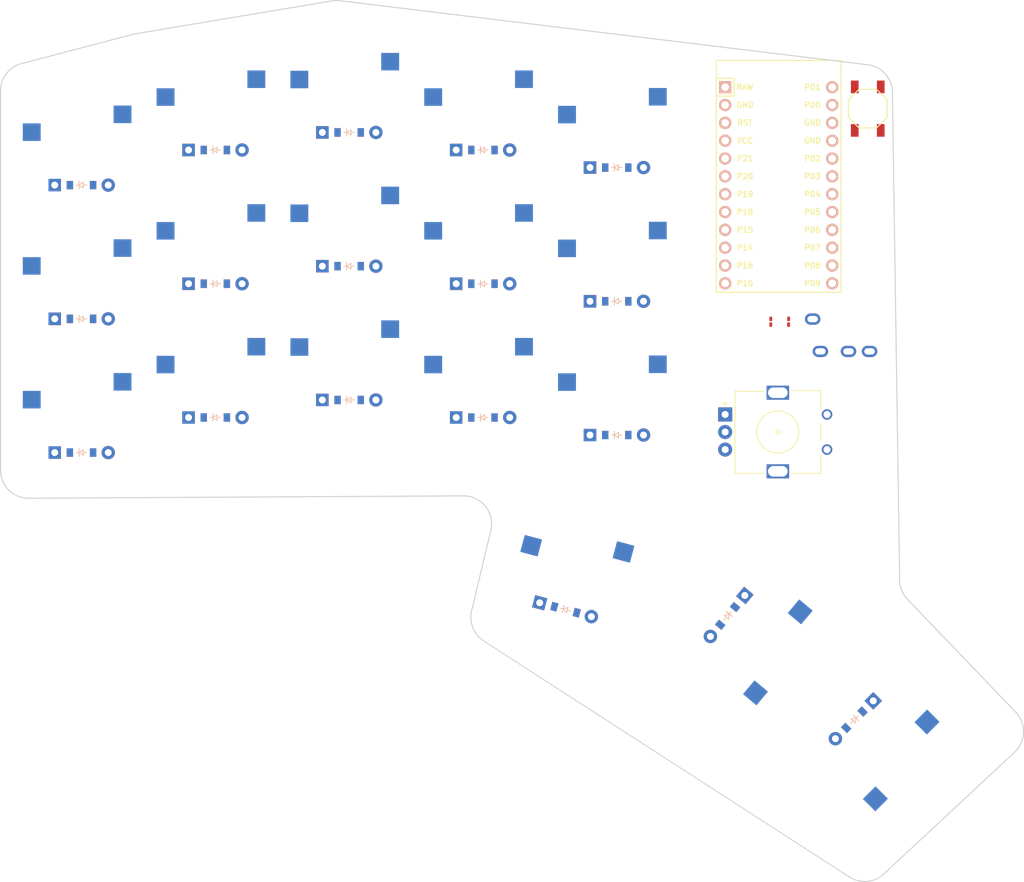
<source format=kicad_pcb>
(kicad_pcb (version 20221018) (generator pcbnew)
  (title_block (title "juubo_left_no_res") (rev "v1.0.0") (company "Unknown"))
  (layers (0 "F.Cu" signal) (31 "B.Cu" signal) (34 "B.Paste" user) (35 "F.Paste" user) (36 "B.SilkS" user "B.Silkscreen") (37 "F.SilkS" user "F.Silkscreen") (38 "B.Mask" user) (39 "F.Mask" user) (44 "Edge.Cuts" user))
  (net 0 "")
  (net 1 "P9")
  (net 2 "GND")
  (net 3 "P7")
  (net 4 "P8")
  (net 5 "P18")
  (net 6 "pinky_bottom")
  (net 7 "pinky_home")
  (net 8 "pinky_top")
  (net 9 "P19")
  (net 10 "ring_bottom")
  (net 11 "ring_home")
  (net 12 "ring_top")
  (net 13 "P20")
  (net 14 "middle_bottom")
  (net 15 "middle_home")
  (net 16 "middle_top")
  (net 17 "P21")
  (net 18 "index_bottom")
  (net 19 "index_home")
  (net 20 "index_top")
  (net 21 "P1")
  (net 22 "inner_bottom")
  (net 23 "inner_home")
  (net 24 "inner_top")
  (net 25 "layer_cluster")
  (net 26 "space_cluster")
  (net 27 "extra_cluster")
  (net 28 "P16")
  (net 29 "P14")
  (net 30 "P15")
  (net 31 "P10")
  (net 32 "RAW")
  (net 33 "RST")
  (net 34 "VCC")
  (net 35 "P0")
  (net 36 "P2")
  (net 37 "P3")
  (net 38 "P4")
  (net 39 "P5")
  (net 40 "P6")
  (footprint "E73:SW_TACT_ALPS_SKQGABE010" (layer "F.Cu") (at 211.9275 56.01 90)
    (fp_text reference "B1" hide)
    (fp_text value "" hide)
    (pad "1" smd rect (at -3.1 -1.85 90) (size 1.8 1.1) (layers "F.Cu" "F.Paste" "F.Mask") (net 2 "GND"))
    (pad "1" smd rect (at 3.1 -1.85 90) (size 1.8 1.1) (layers "F.Cu" "F.Paste" "F.Mask") (net 2 "GND"))
    (pad "2" smd rect (at -3.1 1.85 90) (size 1.8 1.1) (layers "F.Cu" "F.Paste" "F.Mask") (net 33 "RST"))
    (pad "2" smd rect (at 3.1 1.85 90) (size 1.8 1.1) (layers "F.Cu" "F.Paste" "F.Mask") (net 33 "RST"))
  )
  (footprint "Resistor_SMD:R_0201_0603Metric_Pad0.64x0.40mm_HandSolder" (layer "F.Cu") (at 198.12 86.36 90)
    (fp_text reference "REF**" hide)
    (fp_text value "R_0201_0603" hide)
    (pad "1" smd roundrect (at -0.4075 0 90) (size 0.635 0.4) (layers "F.Cu" "F.Mask") (net 36 "P2"))
    (pad "2" smd roundrect (at 0.4075 0 90) (size 0.635 0.4) (layers "F.Cu" "F.Mask") (net 34 "VCC"))
  )
  (footprint "MX" (layer "F.Cu") (at 119.05 95)
    (fp_text reference "S4" hide)
    (fp_text value "" hide)
    (pad "" np_thru_hole circle (at -5.08 0) (size 1.7018 1.7018) (drill 1.7018) (layers "*.Cu" "*.Mask"))
    (pad "" np_thru_hole circle (at -3.81 -2.54) (size 3 3) (drill 3) (layers "*.Cu" "*.Mask"))
    (pad "" np_thru_hole circle (at 0 0) (size 3.9878 3.9878) (drill 3.9878) (layers "*.Cu" "*.Mask"))
    (pad "" np_thru_hole circle (at 2.54 -5.08) (size 3 3) (drill 3) (layers "*.Cu" "*.Mask"))
    (pad "" np_thru_hole circle (at 5.08 0) (size 1.7018 1.7018) (drill 1.7018) (layers "*.Cu" "*.Mask"))
    (pad "1" smd rect (at -7.085 -2.54) (size 2.55 2.5) (layers "B.Cu" "B.Paste" "B.Mask") (net 9 "P19"))
    (pad "2" smd rect (at 5.842 -5.08) (size 2.55 2.5) (layers "B.Cu" "B.Paste" "B.Mask") (net 10 "ring_bottom"))
  )
  (footprint "ComboDiode" (layer "F.Cu") (at 138.1 97.5)
    (fp_text reference "D7" hide)
    (fp_text value "" hide)
    (pad "1" thru_hole rect (at -3.81 0) (size 1.778 1.778) (drill 0.9906) (layers "*.Cu" "*.Mask") (net 28 "P16"))
    (pad "1" smd rect (at -1.65 0) (size 0.9 1.2) (layers "F.Cu" "F.Paste" "F.Mask") (net 28 "P16"))
    (pad "1" smd rect (at -1.65 0) (size 0.9 1.2) (layers "B.Cu" "B.Paste" "B.Mask") (net 28 "P16"))
    (pad "2" smd rect (at 1.65 0) (size 0.9 1.2) (layers "F.Cu" "F.Paste" "F.Mask") (net 14 "middle_bottom"))
    (pad "2" smd rect (at 1.65 0) (size 0.9 1.2) (layers "B.Cu" "B.Paste" "B.Mask") (net 14 "middle_bottom"))
    (pad "2" thru_hole circle (at 3.81 0) (size 1.905 1.905) (drill 0.9906) (layers "*.Cu" "*.Mask") (net 14 "middle_bottom"))
  )
  (footprint "MX" (layer "F.Cu") (at 195.810656 131.482907 -130)
    (fp_text reference "S17" hide)
    (fp_text value "" hide)
    (pad "" np_thru_hole circle (at -5.08 0) (size 1.7018 1.7018) (drill 1.7018) (layers "*.Cu" "*.Mask"))
    (pad "" np_thru_hole circle (at -3.81 -2.54) (size 3 3) (drill 3) (layers "*.Cu" "*.Mask"))
    (pad "" np_thru_hole circle (at 0 0) (size 3.9878 3.9878) (drill 3.9878) (layers "*.Cu" "*.Mask"))
    (pad "" np_thru_hole circle (at 2.54 -5.08) (size 3 3) (drill 3) (layers "*.Cu" "*.Mask"))
    (pad "" np_thru_hole circle (at 5.08 0) (size 1.7018 1.7018) (drill 1.7018) (layers "*.Cu" "*.Mask"))
    (pad "1" smd rect (at -7.085 -2.54 230) (size 2.55 2.5) (layers "B.Cu" "B.Paste" "B.Mask") (net 17 "P21"))
    (pad "2" smd rect (at 5.842 -5.08 230) (size 2.55 2.5) (layers "B.Cu" "B.Paste" "B.Mask") (net 26 "space_cluster"))
  )
  (footprint "ComboDiode" (layer "F.Cu") (at 176.2 102.5)
    (fp_text reference "D13" hide)
    (fp_text value "" hide)
    (pad "1" thru_hole rect (at -3.81 0) (size 1.778 1.778) (drill 0.9906) (layers "*.Cu" "*.Mask") (net 28 "P16"))
    (pad "1" smd rect (at -1.65 0) (size 0.9 1.2) (layers "F.Cu" "F.Paste" "F.Mask") (net 28 "P16"))
    (pad "1" smd rect (at -1.65 0) (size 0.9 1.2) (layers "B.Cu" "B.Paste" "B.Mask") (net 28 "P16"))
    (pad "2" smd rect (at 1.65 0) (size 0.9 1.2) (layers "F.Cu" "F.Paste" "F.Mask") (net 22 "inner_bottom"))
    (pad "2" smd rect (at 1.65 0) (size 0.9 1.2) (layers "B.Cu" "B.Paste" "B.Mask") (net 22 "inner_bottom"))
    (pad "2" thru_hole circle (at 3.81 0) (size 1.905 1.905) (drill 0.9906) (layers "*.Cu" "*.Mask") (net 22 "inner_bottom"))
  )
  (footprint "ComboDiode" (layer "F.Cu") (at 168.905905 127.379629 -15)
    (fp_text reference "D16" hide)
    (fp_text value "" hide)
    (pad "1" thru_hole rect (at -3.81 0 345) (size 1.778 1.778) (drill 0.9906) (layers "*.Cu" "*.Mask") (net 31 "P10"))
    (pad "1" smd rect (at -1.65 0 345) (size 0.9 1.2) (layers "F.Cu" "F.Paste" "F.Mask") (net 31 "P10"))
    (pad "1" smd rect (at -1.65 0 345) (size 0.9 1.2) (layers "B.Cu" "B.Paste" "B.Mask") (net 31 "P10"))
    (pad "2" smd rect (at 1.65 0 345) (size 0.9 1.2) (layers "F.Cu" "F.Paste" "F.Mask") (net 25 "layer_cluster"))
    (pad "2" smd rect (at 1.65 0 345) (size 0.9 1.2) (layers "B.Cu" "B.Paste" "B.Mask") (net 25 "layer_cluster"))
    (pad "2" thru_hole circle (at 3.81 0 345) (size 1.905 1.905) (drill 0.9906) (layers "*.Cu" "*.Mask") (net 25 "layer_cluster"))
  )
  (footprint "ComboDiode" (layer "F.Cu") (at 176.2 83.45)
    (fp_text reference "D14" hide)
    (fp_text value "" hide)
    (pad "1" thru_hole rect (at -3.81 0) (size 1.778 1.778) (drill 0.9906) (layers "*.Cu" "*.Mask") (net 29 "P14"))
    (pad "1" smd rect (at -1.65 0) (size 0.9 1.2) (layers "F.Cu" "F.Paste" "F.Mask") (net 29 "P14"))
    (pad "1" smd rect (at -1.65 0) (size 0.9 1.2) (layers "B.Cu" "B.Paste" "B.Mask") (net 29 "P14"))
    (pad "2" smd rect (at 1.65 0) (size 0.9 1.2) (layers "F.Cu" "F.Paste" "F.Mask") (net 23 "inner_home"))
    (pad "2" smd rect (at 1.65 0) (size 0.9 1.2) (layers "B.Cu" "B.Paste" "B.Mask") (net 23 "inner_home"))
    (pad "2" thru_hole circle (at 3.81 0) (size 1.905 1.905) (drill 0.9906) (layers "*.Cu" "*.Mask") (net 23 "inner_home"))
  )
  (footprint "ComboDiode" (layer "F.Cu") (at 157.15 61.9)
    (fp_text reference "D12" hide)
    (fp_text value "" hide)
    (pad "1" thru_hole rect (at -3.81 0) (size 1.778 1.778) (drill 0.9906) (layers "*.Cu" "*.Mask") (net 30 "P15"))
    (pad "1" smd rect (at -1.65 0) (size 0.9 1.2) (layers "F.Cu" "F.Paste" "F.Mask") (net 30 "P15"))
    (pad "1" smd rect (at -1.65 0) (size 0.9 1.2) (layers "B.Cu" "B.Paste" "B.Mask") (net 30 "P15"))
    (pad "2" smd rect (at 1.65 0) (size 0.9 1.2) (layers "F.Cu" "F.Paste" "F.Mask") (net 20 "index_top"))
    (pad "2" smd rect (at 1.65 0) (size 0.9 1.2) (layers "B.Cu" "B.Paste" "B.Mask") (net 20 "index_top"))
    (pad "2" thru_hole circle (at 3.81 0) (size 1.905 1.905) (drill 0.9906) (layers "*.Cu" "*.Mask") (net 20 "index_top"))
  )
  (footprint "MX" (layer "F.Cu") (at 157.15 75.95)
    (fp_text reference "S11" hide)
    (fp_text value "" hide)
    (pad "" np_thru_hole circle (at -5.08 0) (size 1.7018 1.7018) (drill 1.7018) (layers "*.Cu" "*.Mask"))
    (pad "" np_thru_hole circle (at -3.81 -2.54) (size 3 3) (drill 3) (layers "*.Cu" "*.Mask"))
    (pad "" np_thru_hole circle (at 0 0) (size 3.9878 3.9878) (drill 3.9878) (layers "*.Cu" "*.Mask"))
    (pad "" np_thru_hole circle (at 2.54 -5.08) (size 3 3) (drill 3) (layers "*.Cu" "*.Mask"))
    (pad "" np_thru_hole circle (at 5.08 0) (size 1.7018 1.7018) (drill 1.7018) (layers "*.Cu" "*.Mask"))
    (pad "1" smd rect (at -7.085 -2.54) (size 2.55 2.5) (layers "B.Cu" "B.Paste" "B.Mask") (net 17 "P21"))
    (pad "2" smd rect (at 5.842 -5.08) (size 2.55 2.5) (layers "B.Cu" "B.Paste" "B.Mask") (net 19 "index_home"))
  )
  (footprint "MX" (layer "F.Cu") (at 100 100)
    (fp_text reference "S1" hide)
    (fp_text value "" hide)
    (pad "" np_thru_hole circle (at -5.08 0) (size 1.7018 1.7018) (drill 1.7018) (layers "*.Cu" "*.Mask"))
    (pad "" np_thru_hole circle (at -3.81 -2.54) (size 3 3) (drill 3) (layers "*.Cu" "*.Mask"))
    (pad "" np_thru_hole circle (at 0 0) (size 3.9878 3.9878) (drill 3.9878) (layers "*.Cu" "*.Mask"))
    (pad "" np_thru_hole circle (at 2.54 -5.08) (size 3 3) (drill 3) (layers "*.Cu" "*.Mask"))
    (pad "" np_thru_hole circle (at 5.08 0) (size 1.7018 1.7018) (drill 1.7018) (layers "*.Cu" "*.Mask"))
    (pad "1" smd rect (at -7.085 -2.54) (size 2.55 2.5) (layers "B.Cu" "B.Paste" "B.Mask") (net 5 "P18"))
    (pad "2" smd rect (at 5.842 -5.08) (size 2.55 2.5) (layers "B.Cu" "B.Paste" "B.Mask") (net 6 "pinky_bottom"))
  )
  (footprint "MX" (layer "F.Cu") (at 157.15 95)
    (fp_text reference "S10" hide)
    (fp_text value "" hide)
    (pad "" np_thru_hole circle (at -5.08 0) (size 1.7018 1.7018) (drill 1.7018) (layers "*.Cu" "*.Mask"))
    (pad "" np_thru_hole circle (at -3.81 -2.54) (size 3 3) (drill 3) (layers "*.Cu" "*.Mask"))
    (pad "" np_thru_hole circle (at 0 0) (size 3.9878 3.9878) (drill 3.9878) (layers "*.Cu" "*.Mask"))
    (pad "" np_thru_hole circle (at 2.54 -5.08) (size 3 3) (drill 3) (layers "*.Cu" "*.Mask"))
    (pad "" np_thru_hole circle (at 5.08 0) (size 1.7018 1.7018) (drill 1.7018) (layers "*.Cu" "*.Mask"))
    (pad "1" smd rect (at -7.085 -2.54) (size 2.55 2.5) (layers "B.Cu" "B.Paste" "B.Mask") (net 17 "P21"))
    (pad "2" smd rect (at 5.842 -5.08) (size 2.55 2.5) (layers "B.Cu" "B.Paste" "B.Mask") (net 18 "index_bottom"))
  )
  (footprint "ComboDiode" (layer "F.Cu") (at 157.15 100)
    (fp_text reference "D10" hide)
    (fp_text value "" hide)
    (pad "1" thru_hole rect (at -3.81 0) (size 1.778 1.778) (drill 0.9906) (layers "*.Cu" "*.Mask") (net 28 "P16"))
    (pad "1" smd rect (at -1.65 0) (size 0.9 1.2) (layers "F.Cu" "F.Paste" "F.Mask") (net 28 "P16"))
    (pad "1" smd rect (at -1.65 0) (size 0.9 1.2) (layers "B.Cu" "B.Paste" "B.Mask") (net 28 "P16"))
    (pad "2" smd rect (at 1.65 0) (size 0.9 1.2) (layers "F.Cu" "F.Paste" "F.Mask") (net 18 "index_bottom"))
    (pad "2" smd rect (at 1.65 0) (size 0.9 1.2) (layers "B.Cu" "B.Paste" "B.Mask") (net 18 "index_bottom"))
    (pad "2" thru_hole circle (at 3.81 0) (size 1.905 1.905) (drill 0.9906) (layers "*.Cu" "*.Mask") (net 18 "index_bottom"))
  )
  (footprint "MX" (layer "F.Cu") (at 100 80.95)
    (fp_text reference "S2" hide)
    (fp_text value "" hide)
    (pad "" np_thru_hole circle (at -5.08 0) (size 1.7018 1.7018) (drill 1.7018) (layers "*.Cu" "*.Mask"))
    (pad "" np_thru_hole circle (at -3.81 -2.54) (size 3 3) (drill 3) (layers "*.Cu" "*.Mask"))
    (pad "" np_thru_hole circle (at 0 0) (size 3.9878 3.9878) (drill 3.9878) (layers "*.Cu" "*.Mask"))
    (pad "" np_thru_hole circle (at 2.54 -5.08) (size 3 3) (drill 3) (layers "*.Cu" "*.Mask"))
    (pad "" np_thru_hole circle (at 5.08 0) (size 1.7018 1.7018) (drill 1.7018) (layers "*.Cu" "*.Mask"))
    (pad "1" smd rect (at -7.085 -2.54) (size 2.55 2.5) (layers "B.Cu" "B.Paste" "B.Mask") (net 5 "P18"))
    (pad "2" smd rect (at 5.842 -5.08) (size 2.55 2.5) (layers "B.Cu" "B.Paste" "B.Mask") (net 7 "pinky_home"))
  )
  (footprint "rotary_encoder" (layer "F.Cu") (at 199.25 102.11)
    (fp_text reference "ROT1" hide)
    (fp_text value "")
    (pad "" thru_hole rect (at -0.12 -5.64) (size 3.2 2) (drill oval 2.8 1.5) (layers "*.Cu" "*.Mask"))
    (pad "" thru_hole rect (at -0.12 5.56) (size 3.2 2) (drill oval 2.8 1.5) (layers "*.Cu" "*.Mask"))
    (pad "1" thru_hole circle (at 6.88 -2.54) (size 1.5 1.5) (drill 1) (layers "*.Cu" "*.Mask") (net 1 "P9"))
    (pad "2" thru_hole circle (at 6.88 2.46) (size 1.5 1.5) (drill 1) (layers "*.Cu" "*.Mask") (net 2 "GND"))
    (pad "A" thru_hole rect (at -7.62 -2.54) (size 2 2) (drill 1) (layers "*.Cu" "*.Mask") (net 3 "P7"))
    (pad "B" thru_hole circle (at -7.62 2.46) (size 2 2) (drill 1) (layers "*.Cu" "*.Mask") (net 4 "P8"))
    (pad "C" thru_hole circle (at -7.62 -0.04) (size 2 2) (drill 1) (layers "*.Cu" "*.Mask") (net 2 "GND"))
  )
  (footprint "MX" (layer "F.Cu") (at 119.05 56.9)
    (fp_text reference "S6" hide)
    (fp_text value "" hide)
    (pad "" np_thru_hole circle (at -5.08 0) (size 1.7018 1.7018) (drill 1.7018) (layers "*.Cu" "*.Mask"))
    (pad "" np_thru_hole circle (at -3.81 -2.54) (size 3 3) (drill 3) (layers "*.Cu" "*.Mask"))
    (pad "" np_thru_hole circle (at 0 0) (size 3.9878 3.9878) (drill 3.9878) (layers "*.Cu" "*.Mask"))
    (pad "" np_thru_hole circle (at 2.54 -5.08) (size 3 3) (drill 3) (layers "*.Cu" "*.Mask"))
    (pad "" np_thru_hole circle (at 5.08 0) (size 1.7018 1.7018) (drill 1.7018) (layers "*.Cu" "*.Mask"))
    (pad "1" smd rect (at -7.085 -2.54) (size 2.55 2.5) (layers "B.Cu" "B.Paste" "B.Mask") (net 9 "P19"))
    (pad "2" smd rect (at 5.842 -5.08) (size 2.55 2.5) (layers "B.Cu" "B.Paste" "B.Mask") (net 12 "ring_top"))
  )
  (footprint "ComboDiode" (layer "F.Cu") (at 191.980433 128.268969 -130)
    (fp_text reference "D17" hide)
    (fp_text value "" hide)
    (pad "1" thru_hole rect (at -3.81 0 230) (size 1.778 1.778) (drill 0.9906) (layers "*.Cu" "*.Mask") (net 31 "P10"))
    (pad "1" smd rect (at -1.65 0 230) (size 0.9 1.2) (layers "F.Cu" "F.Paste" "F.Mask") (net 31 "P10"))
    (pad "1" smd rect (at -1.65 0 230) (size 0.9 1.2) (layers "B.Cu" "B.Paste" "B.Mask") (net 31 "P10"))
    (pad "2" smd rect (at 1.65 0 230) (size 0.9 1.2) (layers "F.Cu" "F.Paste" "F.Mask") (net 26 "space_cluster"))
    (pad "2" smd rect (at 1.65 0 230) (size 0.9 1.2) (layers "B.Cu" "B.Paste" "B.Mask") (net 26 "space_cluster"))
    (pad "2" thru_hole circle (at 3.81 0 230) (size 1.905 1.905) (drill 0.9906) (layers "*.Cu" "*.Mask") (net 26 "space_cluster"))
  )
  (footprint "ComboDiode" (layer "F.Cu") (at 100 105)
    (fp_text reference "D1" hide)
    (fp_text value "" hide)
    (pad "1" thru_hole rect (at -3.81 0) (size 1.778 1.778) (drill 0.9906) (layers "*.Cu" "*.Mask") (net 28 "P16"))
    (pad "1" smd rect (at -1.65 0) (size 0.9 1.2) (layers "F.Cu" "F.Paste" "F.Mask") (net 28 "P16"))
    (pad "1" smd rect (at -1.65 0) (size 0.9 1.2) (layers "B.Cu" "B.Paste" "B.Mask") (net 28 "P16"))
    (pad "2" smd rect (at 1.65 0) (size 0.9 1.2) (layers "F.Cu" "F.Paste" "F.Mask") (net 6 "pinky_bottom"))
    (pad "2" smd rect (at 1.65 0) (size 0.9 1.2) (layers "B.Cu" "B.Paste" "B.Mask") (net 6 "pinky_bottom"))
    (pad "2" thru_hole circle (at 3.81 0) (size 1.905 1.905) (drill 0.9906) (layers "*.Cu" "*.Mask") (net 6 "pinky_bottom"))
  )
  (footprint "ComboDiode" (layer "F.Cu") (at 210.01967 143.054772 -135)
    (fp_text reference "D18" hide)
    (fp_text value "" hide)
    (pad "1" thru_hole rect (at -3.81 0 225) (size 1.778 1.778) (drill 0.9906) (layers "*.Cu" "*.Mask") (net 31 "P10"))
    (pad "1" smd rect (at -1.65 0 225) (size 0.9 1.2) (layers "F.Cu" "F.Paste" "F.Mask") (net 31 "P10"))
    (pad "1" smd rect (at -1.65 0 225) (size 0.9 1.2) (layers "B.Cu" "B.Paste" "B.Mask") (net 31 "P10"))
    (pad "2" smd rect (at 1.65 0 225) (size 0.9 1.2) (layers "F.Cu" "F.Paste" "F.Mask") (net 27 "extra_cluster"))
    (pad "2" smd rect (at 1.65 0 225) (size 0.9 1.2) (layers "B.Cu" "B.Paste" "B.Mask") (net 27 "extra_cluster"))
    (pad "2" thru_hole circle (at 3.81 0 225) (size 1.905 1.905) (drill 0.9906) (layers "*.Cu" "*.Mask") (net 27 "extra_cluster"))
  )
  (footprint "MX" (layer "F.Cu") (at 138.1 73.45)
    (fp_text reference "S8" hide)
    (fp_text value "" hide)
    (pad "" np_thru_hole circle (at -5.08 0) (size 1.7018 1.7018) (drill 1.7018) (layers "*.Cu" "*.Mask"))
    (pad "" np_thru_hole circle (at -3.81 -2.54) (size 3 3) (drill 3) (layers "*.Cu" "*.Mask"))
    (pad "" np_thru_hole circle (at 0 0) (size 3.9878 3.9878) (drill 3.9878) (layers "*.Cu" "*.Mask"))
    (pad "" np_thru_hole circle (at 2.54 -5.08) (size 3 3) (drill 3) (layers "*.Cu" "*.Mask"))
    (pad "" np_thru_hole circle (at 5.08 0) (size 1.7018 1.7018) (drill 1.7018) (layers "*.Cu" "*.Mask"))
    (pad "1" smd rect (at -7.085 -2.54) (size 2.55 2.5) (layers "B.Cu" "B.Paste" "B.Mask") (net 13 "P20"))
    (pad "2" smd rect (at 5.842 -5.08) (size 2.55 2.5) (layers "B.Cu" "B.Paste" "B.Mask") (net 15 "middle_home"))
  )
  (footprint "MX" (layer "F.Cu") (at 213.555204 146.590306 -135)
    (fp_text reference "S18" hide)
    (fp_text value "" hide)
    (pad "" np_thru_hole circle (at -5.08 0) (size 1.7018 1.7018) (drill 1.7018) (layers "*.Cu" "*.Mask"))
    (pad "" np_thru_hole circle (at -3.81 -2.54) (size 3 3) (drill 3) (layers "*.Cu" "*.Mask"))
    (pad "" np_thru_hole circle (at 0 0) (size 3.9878 3.9878) (drill 3.9878) (layers "*.Cu" "*.Mask"))
    (pad "" np_thru_hole circle (at 2.54 -5.08) (size 3 3) (drill 3) (layers "*.Cu" "*.Mask"))
    (pad "" np_thru_hole circle (at 5.08 0) (size 1.7018 1.7018) (drill 1.7018) (layers "*.Cu" "*.Mask"))
    (pad "1" smd rect (at -7.085 -2.54 225) (size 2.55 2.5) (layers "B.Cu" "B.Paste" "B.Mask") (net 21 "P1"))
    (pad "2" smd rect (at 5.842 -5.08 225) (size 2.55 2.5) (layers "B.Cu" "B.Paste" "B.Mask") (net 27 "extra_cluster"))
  )
  (footprint "MX" (layer "F.Cu") (at 176.2 97.5)
    (fp_text reference "S13" hide)
    (fp_text value "" hide)
    (pad "" np_thru_hole circle (at -5.08 0) (size 1.7018 1.7018) (drill 1.7018) (layers "*.Cu" "*.Mask"))
    (pad "" np_thru_hole circle (at -3.81 -2.54) (size 3 3) (drill 3) (layers "*.Cu" "*.Mask"))
    (pad "" np_thru_hole circle (at 0 0) (size 3.9878 3.9878) (drill 3.9878) (layers "*.Cu" "*.Mask"))
    (pad "" np_thru_hole circle (at 2.54 -5.08) (size 3 3) (drill 3) (layers "*.Cu" "*.Mask"))
    (pad "" np_thru_hole circle (at 5.08 0) (size 1.7018 1.7018) (drill 1.7018) (layers "*.Cu" "*.Mask"))
    (pad "1" smd rect (at -7.085 -2.54) (size 2.55 2.5) (layers "B.Cu" "B.Paste" "B.Mask") (net 21 "P1"))
    (pad "2" smd rect (at 5.842 -5.08) (size 2.55 2.5) (layers "B.Cu" "B.Paste" "B.Mask") (net 22 "inner_bottom"))
  )
  (footprint "ComboDiode" (layer "F.Cu") (at 138.1 59.4)
    (fp_text reference "D9" hide)
    (fp_text value "" hide)
    (pad "1" thru_hole rect (at -3.81 0) (size 1.778 1.778) (drill 0.9906) (layers "*.Cu" "*.Mask") (net 30 "P15"))
    (pad "1" smd rect (at -1.65 0) (size 0.9 1.2) (layers "F.Cu" "F.Paste" "F.Mask") (net 30 "P15"))
    (pad "1" smd rect (at -1.65 0) (size 0.9 1.2) (layers "B.Cu" "B.Paste" "B.Mask") (net 30 "P15"))
    (pad "2" smd rect (at 1.65 0) (size 0.9 1.2) (layers "F.Cu" "F.Paste" "F.Mask") (net 16 "middle_top"))
    (pad "2" smd rect (at 1.65 0) (size 0.9 1.2) (layers "B.Cu" "B.Paste" "B.Mask") (net 16 "middle_top"))
    (pad "2" thru_hole circle (at 3.81 0) (size 1.905 1.905) (drill 0.9906) (layers "*.Cu" "*.Mask") (net 16 "middle_top"))
  )
  (footprint "Resistor_SMD:R_0201_0603Metric_Pad0.64x0.40mm_HandSolder" (layer "F.Cu") (at 200.66 86.36 90)
    (fp_text reference "REF**" hide)
    (fp_text value "R_0201_0603" hide)
    (pad "1" smd roundrect (at -0.4075 0 90) (size 0.635 0.4) (layers "F.Cu" "F.Mask") (net 37 "P3"))
    (pad "2" smd roundrect (at 0.4075 0 90) (size 0.635 0.4) (layers "F.Cu" "F.Mask") (net 34 "VCC"))
  )
  (footprint "ComboDiode" (layer "F.Cu") (at 176.2 64.4)
    (fp_text reference "D15" hide)
    (fp_text value "" hide)
    (pad "1" thru_hole rect (at -3.81 0) (size 1.778 1.778) (drill 0.9906) (layers "*.Cu" "*.Mask") (net 30 "P15"))
    (pad "1" smd rect (at -1.65 0) (size 0.9 1.2) (layers "F.Cu" "F.Paste" "F.Mask") (net 30 "P15"))
    (pad "1" smd rect (at -1.65 0) (size 0.9 1.2) (layers "B.Cu" "B.Paste" "B.Mask") (net 30 "P15"))
    (pad "2" smd rect (at 1.65 0) (size 0.9 1.2) (layers "F.Cu" "F.Paste" "F.Mask") (net 24 "inner_top"))
    (pad "2" smd rect (at 1.65 0) (size 0.9 1.2) (layers "B.Cu" "B.Paste" "B.Mask") (net 24 "inner_top"))
    (pad "2" thru_hole circle (at 3.81 0) (size 1.905 1.905) (drill 0.9906) (layers "*.Cu" "*.Mask") (net 24 "inner_top"))
  )
  (footprint "ComboDiode" (layer "F.Cu") (at 138.1 78.45)
    (fp_text reference "D8" hide)
    (fp_text value "" hide)
    (pad "1" thru_hole rect (at -3.81 0) (size 1.778 1.778) (drill 0.9906) (layers "*.Cu" "*.Mask") (net 29 "P14"))
    (pad "1" smd rect (at -1.65 0) (size 0.9 1.2) (layers "F.Cu" "F.Paste" "F.Mask") (net 29 "P14"))
    (pad "1" smd rect (at -1.65 0) (size 0.9 1.2) (layers "B.Cu" "B.Paste" "B.Mask") (net 29 "P14"))
    (pad "2" smd rect (at 1.65 0) (size 0.9 1.2) (layers "F.Cu" "F.Paste" "F.Mask") (net 15 "middle_home"))
    (pad "2" smd rect (at 1.65 0) (size 0.9 1.2) (layers "B.Cu" "B.Paste" "B.Mask") (net 15 "middle_home"))
    (pad "2" thru_hole circle (at 3.81 0) (size 1.905 1.905) (drill 0.9906) (layers "*.Cu" "*.Mask") (net 15 "middle_home"))
  )
  (footprint "ComboDiode" (layer "F.Cu") (at 119.05 61.9)
    (fp_text reference "D6" hide)
    (fp_text value "" hide)
    (pad "1" thru_hole rect (at -3.81 0) (size 1.778 1.778) (drill 0.9906) (layers "*.Cu" "*.Mask") (net 30 "P15"))
    (pad "1" smd rect (at -1.65 0) (size 0.9 1.2) (layers "F.Cu" "F.Paste" "F.Mask") (net 30 "P15"))
    (pad "1" smd rect (at -1.65 0) (size 0.9 1.2) (layers "B.Cu" "B.Paste" "B.Mask") (net 30 "P15"))
    (pad "2" smd rect (at 1.65 0) (size 0.9 1.2) (layers "F.Cu" "F.Paste" "F.Mask") (net 12 "ring_top"))
    (pad "2" smd rect (at 1.65 0) (size 0.9 1.2) (layers "B.Cu" "B.Paste" "B.Mask") (net 12 "ring_top"))
    (pad "2" thru_hole circle (at 3.81 0) (size 1.905 1.905) (drill 0.9906) (layers "*.Cu" "*.Mask") (net 12 "ring_top"))
  )
  (footprint "ComboDiode" (layer "F.Cu") (at 157.15 80.95)
    (fp_text reference "D11" hide)
    (fp_text value "" hide)
    (pad "1" thru_hole rect (at -3.81 0) (size 1.778 1.778) (drill 0.9906) (layers "*.Cu" "*.Mask") (net 29 "P14"))
    (pad "1" smd rect (at -1.65 0) (size 0.9 1.2) (layers "F.Cu" "F.Paste" "F.Mask") (net 29 "P14"))
    (pad "1" smd rect (at -1.65 0) (size 0.9 1.2) (layers "B.Cu" "B.Paste" "B.Mask") (net 29 "P14"))
    (pad "2" smd rect (at 1.65 0) (size 0.9 1.2) (layers "F.Cu" "F.Paste" "F.Mask") (net 19 "index_home"))
    (pad "2" smd rect (at 1.65 0) (size 0.9 1.2) (layers "B.Cu" "B.Paste" "B.Mask") (net 19 "index_home"))
    (pad "2" thru_hole circle (at 3.81 0) (size 1.905 1.905) (drill 0.9906) (layers "*.Cu" "*.Mask") (net 19 "index_home"))
  )
  (footprint "ComboDiode" (layer "F.Cu") (at 119.05 100)
    (fp_text reference "D4" hide)
    (fp_text value "" hide)
    (pad "1" thru_hole rect (at -3.81 0) (size 1.778 1.778) (drill 0.9906) (layers "*.Cu" "*.Mask") (net 28 "P16"))
    (pad "1" smd rect (at -1.65 0) (size 0.9 1.2) (layers "F.Cu" "F.Paste" "F.Mask") (net 28 "P16"))
    (pad "1" smd rect (at -1.65 0) (size 0.9 1.2) (layers "B.Cu" "B.Paste" "B.Mask") (net 28 "P16"))
    (pad "2" smd rect (at 1.65 0) (size 0.9 1.2) (layers "F.Cu" "F.Paste" "F.Mask") (net 10 "ring_bottom"))
    (pad "2" smd rect (at 1.65 0) (size 0.9 1.2) (layers "B.Cu" "B.Paste" "B.Mask") (net 10 "ring_bottom"))
    (pad "2" thru_hole circle (at 3.81 0) (size 1.905 1.905) (drill 0.9906) (layers "*.Cu" "*.Mask") (net 10 "ring_bottom"))
  )
  (footprint "MX" (layer "F.Cu") (at 176.2 78.45)
    (fp_text reference "S14" hide)
    (fp_text value "" hide)
    (pad "" np_thru_hole circle (at -5.08 0) (size 1.7018 1.7018) (drill 1.7018) (layers "*.Cu" "*.Mask"))
    (pad "" np_thru_hole circle (at -3.81 -2.54) (size 3 3) (drill 3) (layers "*.Cu" "*.Mask"))
    (pad "" np_thru_hole circle (at 0 0) (size 3.9878 3.9878) (drill 3.9878) (layers "*.Cu" "*.Mask"))
    (pad "" np_thru_hole circle (at 2.54 -5.08) (size 3 3) (drill 3) (layers "*.Cu" "*.Mask"))
    (pad "" np_thru_hole circle (at 5.08 0) (size 1.7018 1.7018) (drill 1.7018) (layers "*.Cu" "*.Mask"))
    (pad "1" smd rect (at -7.085 -2.54) (size 2.55 2.5) (layers "B.Cu" "B.Paste" "B.Mask") (net 21 "P1"))
    (pad "2" smd rect (at 5.842 -5.08) (size 2.55 2.5) (layers "B.Cu" "B.Paste" "B.Mask") (net 23 "inner_home"))
  )
  (footprint "MX" (layer "F.Cu") (at 138.1 54.4)
    (fp_text reference "S9" hide)
    (fp_text value "" hide)
    (pad "" np_thru_hole circle (at -5.08 0) (size 1.7018 1.7018) (drill 1.7018) (layers "*.Cu" "*.Mask"))
    (pad "" np_thru_hole circle (at -3.81 -2.54) (size 3 3) (drill 3) (layers "*.Cu" "*.Mask"))
    (pad "" np_thru_hole circle (at 0 0) (size 3.9878 3.9878) (drill 3.9878) (layers "*.Cu" "*.Mask"))
    (pad "" np_thru_hole circle (at 2.54 -5.08) (size 3 3) (drill 3) (layers "*.Cu" "*.Mask"))
    (pad "" np_thru_hole circle (at 5.08 0) (size 1.7018 1.7018) (drill 1.7018) (layers "*.Cu" "*.Mask"))
    (pad "1" smd rect (at -7.085 -2.54) (size 2.55 2.5) (layers "B.Cu" "B.Paste" "B.Mask") (net 13 "P20"))
    (pad "2" smd rect (at 5.842 -5.08) (size 2.55 2.5) (layers "B.Cu" "B.Paste" "B.Mask") (net 16 "middle_top"))
  )
  (footprint "MX" (layer "F.Cu") (at 157.15 56.9)
    (fp_text reference "S12" hide)
    (fp_text value "" hide)
    (pad "" np_thru_hole circle (at -5.08 0) (size 1.7018 1.7018) (drill 1.7018) (layers "*.Cu" "*.Mask"))
    (pad "" np_thru_hole circle (at -3.81 -2.54) (size 3 3) (drill 3) (layers "*.Cu" "*.Mask"))
    (pad "" np_thru_hole circle (at 0 0) (size 3.9878 3.9878) (drill 3.9878) (layers "*.Cu" "*.Mask"))
    (pad "" np_thru_hole circle (at 2.54 -5.08) (size 3 3) (drill 3) (layers "*.Cu" "*.Mask"))
    (pad "" np_thru_hole circle (at 5.08 0) (size 1.7018 1.7018) (drill 1.7018) (layers "*.Cu" "*.Mask"))
    (pad "1" smd rect (at -7.085 -2.54) (size 2.55 2.5) (layers "B.Cu" "B.Paste" "B.Mask") (net 17 "P21"))
    (pad "2" smd rect (at 5.842 -5.08) (size 2.55 2.5) (layers "B.Cu" "B.Paste" "B.Mask") (net 20 "index_top"))
  )
  (footprint "MX" (layer "F.Cu") (at 170.2 122.55 -15)
    (fp_text reference "S16" hide)
    (fp_text value "" hide)
    (pad "" np_thru_hole circle (at -5.08 0) (size 1.7018 1.7018) (drill 1.7018) (layers "*.Cu" "*.Mask"))
    (pad "" np_thru_hole circle (at -3.81 -2.54) (size 3 3) (drill 3) (layers "*.Cu" "*.Mask"))
    (pad "" np_thru_hole circle (at 0 0) (size 3.9878 3.9878) (drill 3.9878) (layers "*.Cu" "*.Mask"))
    (pad "" np_thru_hole circle (at 2.54 -5.08) (size 3 3) (drill 3) (layers "*.Cu" "*.Mask"))
    (pad "" np_thru_hole circle (at 5.08 0) (size 1.7018 1.7018) (drill 1.7018) (layers "*.Cu" "*.Mask"))
    (pad "1" smd rect (at -7.085 -2.54 345) (size 2.55 2.5) (layers "B.Cu" "B.Paste" "B.Mask") (net 13 "P20"))
    (pad "2" smd rect (at 5.842 -5.08 345) (size 2.55 2.5) (layers "B.Cu" "B.Paste" "B.Mask") (net 25 "layer_cluster"))
  )
  (footprint "ComboDiode" (layer "F.Cu") (at 119.05 80.95)
    (fp_text reference "D5" hide)
    (fp_text value "" hide)
    (pad "1" thru_hole rect (at -3.81 0) (size 1.778 1.778) (drill 0.9906) (layers "*.Cu" "*.Mask") (net 29 "P14"))
    (pad "1" smd rect (at -1.65 0) (size 0.9 1.2) (layers "F.Cu" "F.Paste" "F.Mask") (net 29 "P14"))
    (pad "1" smd rect (at -1.65 0) (size 0.9 1.2) (layers "B.Cu" "B.Paste" "B.Mask") (net 29 "P14"))
    (pad "2" smd rect (at 1.65 0) (size 0.9 1.2) (layers "F.Cu" "F.Paste" "F.Mask") (net 11 "ring_home"))
    (pad "2" smd rect (at 1.65 0) (size 0.9 1.2) (layers "B.Cu" "B.Paste" "B.Mask") (net 11 "ring_home"))
    (pad "2" thru_hole circle (at 3.81 0) (size 1.905 1.905) (drill 0.9906) (layers "*.Cu" "*.Mask") (net 11 "ring_home"))
  )
  (footprint "MX" (layer "F.Cu") (at 119.05 75.95)
    (fp_text reference "S5" hide)
    (fp_text value "" hide)
    (pad "" np_thru_hole circle (at -5.08 0) (size 1.7018 1.7018) (drill 1.7018) (layers "*.Cu" "*.Mask"))
    (pad "" np_thru_hole circle (at -3.81 -2.54) (size 3 3) (drill 3) (layers "*.Cu" "*.Mask"))
    (pad "" np_thru_hole circle (at 0 0) (size 3.9878 3.9878) (drill 3.9878) (layers "*.Cu" "*.Mask"))
    (pad "" np_thru_hole circle (at 2.54 -5.08) (size 3 3) (drill 3) (layers "*.Cu" "*.Mask"))
    (pad "" np_thru_hole circle (at 5.08 0) (size 1.7018 1.7018) (drill 1.7018) (layers "*.Cu" "*.Mask"))
    (pad "1" smd rect (at -7.085 -2.54) (size 2.55 2.5) (layers "B.Cu" "B.Paste" "B.Mask") (net 9 "P19"))
    (pad "2" smd rect (at 5.842 -5.08) (size 2.55 2.5) (layers "B.Cu" "B.Paste" "B.Mask") (net 11 "ring_home"))
  )
  (footprint "MX" (layer "F.Cu") (at 176.2 59.4)
    (fp_text reference "S15" hide)
    (fp_text value "" hide)
    (pad "" np_thru_hole circle (at -5.08 0) (size 1.7018 1.7018) (drill 1.7018) (layers "*.Cu" "*.Mask"))
    (pad "" np_thru_hole circle (at -3.81 -2.54) (size 3 3) (drill 3) (layers "*.Cu" "*.Mask"))
    (pad "" np_thru_hole circle (at 0 0) (size 3.9878 3.9878) (drill 3.9878) (layers "*.Cu" "*.Mask"))
    (pad "" np_thru_hole circle (at 2.54 -5.08) (size 3 3) (drill 3) (layers "*.Cu" "*.Mask"))
    (pad "" np_thru_hole circle (at 5.08 0) (size 1.7018 1.7018) (drill 1.7018) (layers "*.Cu" "*.Mask"))
    (pad "1" smd rect (at -7.085 -2.54) (size 2.55 2.5) (layers "B.Cu" "B.Paste" "B.Mask") (net 21 "P1"))
    (pad "2" smd rect (at 5.842 -5.08) (size 2.55 2.5) (layers "B.Cu" "B.Paste" "B.Mask") (net 24 "inner_top"))
  )
  (footprint "MX" (layer "F.Cu") (at 100 61.9)
    (fp_text reference "S3" hide)
    (fp_text value "" hide)
    (pad "" np_thru_hole circle (at -5.08 0) (size 1.7018 1.7018) (drill 1.7018) (layers "*.Cu" "*.Mask"))
    (pad "" np_thru_hole circle (at -3.81 -2.54) (size 3 3) (drill 3) (layers "*.Cu" "*.Mask"))
    (pad "" np_thru_hole circle (at 0 0) (size 3.9878 3.9878) (drill 3.9878) (layers "*.Cu" "*.Mask"))
    (pad "" np_thru_hole circle (at 2.54 -5.08) (size 3 3) (drill 3) (layers "*.Cu" "*.Mask"))
    (pad "" np_thru_hole circle (at 5.08 0) (size 1.7018 1.7018) (drill 1.7018) (layers "*.Cu" "*.Mask"))
    (pad "1" smd rect (at -7.085 -2.54) (size 2.55 2.5) (layers "B.Cu" "B.Paste" "B.Mask") (net 5 "P18"))
    (pad "2" smd rect (at 5.842 -5.08) (size 2.55 2.5) (layers "B.Cu" "B.Paste" "B.Mask") (net 8 "pinky_top"))
  )
  (footprint "ComboDiode" (layer "F.Cu") (at 100 66.9)
    (fp_text reference "D3" hide)
    (fp_text value "" hide)
    (pad "1" thru_hole rect (at -3.81 0) (size 1.778 1.778) (drill 0.9906) (layers "*.Cu" "*.Mask") (net 30 "P15"))
    (pad "1" smd rect (at -1.65 0) (size 0.9 1.2) (layers "F.Cu" "F.Paste" "F.Mask") (net 30 "P15"))
    (pad "1" smd rect (at -1.65 0) (size 0.9 1.2) (layers "B.Cu" "B.Paste" "B.Mask") (net 30 "P15"))
    (pad "2" smd rect (at 1.65 0) (size 0.9 1.2) (layers "F.Cu" "F.Paste" "F.Mask") (net 8 "pinky_top"))
    (pad "2" smd rect (at 1.65 0) (size 0.9 1.2) (layers "B.Cu" "B.Paste" "B.Mask") (net 8 "pinky_top"))
    (pad "2" thru_hole circle (at 3.81 0) (size 1.905 1.905) (drill 0.9906) (layers "*.Cu" "*.Mask") (net 8 "pinky_top"))
  )
  (footprint "ProMicro" (layer "F.Cu") (at 199.25 66.925 -90)
    (fp_text reference "MCU1" hide)
    (fp_text value "" hide)
    (fp_text user "GND" (at -8.89 -4.8) (layer "F.SilkS") (effects (font (size 0.8 0.8))))
    (fp_text user "P16" (at 11.43 4.8) (layer "F.SilkS") (effects (font (size 0.8 0.8))))
    (fp_text user "GND" (at -11.43 4.8) (layer "F.SilkS") (effects (font (size 0.8 0.8))))
    (fp_text user "P18" (at 3.81 4.8) (layer "F.SilkS") (effects (font (size 0.8 0.8))))
    (fp_text user "P01" (at -13.97 -4.8) (layer "F.SilkS") (effects (font (size 0.8 0.8))))
    (fp_text user "P03" (at -1.27 -4.8) (layer "F.SilkS") (effects (font (size 0.8 0.8))))
    (fp_text user "P08" (at 11.43 -4.8) (layer "F.SilkS") (effects (font (size 0.8 0.8))))
    (fp_text user "P05" (at 3.81 -4.8) (layer "F.SilkS") (effects (font (size 0.8 0.8))))
    (fp_text user "P10" (at 13.97 4.8) (layer "F.SilkS") (effects (font (size 0.8 0.8))))
    (fp_text user "RAW" (at -13.97 4.8) (layer "F.SilkS") (effects (font (size 0.8 0.8))))
    (fp_text user "RST" (at -8.89 4.8) (layer "F.SilkS") (effects (font (size 0.8 0.8))))
    (fp_text user "P20" (at -1.27 4.8) (layer "F.SilkS") (effects (font (size 0.8 0.8))))
    (fp_text user "P07" (at 8.89 -4.8) (layer "F.SilkS") (effects (font (size 0.8 0.8))))
    (fp_text user "P02" (at -3.81 -4.8) (layer "F.SilkS") (effects (font (size 0.8 0.8))))
    (fp_text user "P15" (at 6.35 4.8) (layer "F.SilkS") (effects (font (size 0.8 0.8))))
    (fp_text user "P21" (at -3.81 4.8) (layer "F.SilkS") (effects (font (size 0.8 0.8))))
    (fp_text user "GND" (at -6.35 -4.8) (layer "F.SilkS") (effects (font (size 0.8 0.8))))
    (fp_text user "P04" (at 1.27 -4.8) (layer "F.SilkS") (effects (font (size 0.8 0.8))))
    (fp_text user "P19" (at 1.27 4.8) (layer "F.SilkS") (effects (font (size 0.8 0.8))))
    (fp_text user "VCC" (at -6.35 4.8) (layer "F.SilkS") (effects (font (size 0.8 0.8))))
    (fp_text user "P00" (at -11.43 -4.8) (layer "F.SilkS") (effects (font (size 0.8 0.8))))
    (fp_text user "P09" (at 13.97 -4.8) (layer "F.SilkS") (effects (font (size 0.8 0.8))))
    (fp_text user "P06" (at 6.35 -4.8) (layer "F.SilkS") (effects (font (size 0.8 0.8))))
    (fp_text user "P14" (at 8.89 4.8) (layer "F.SilkS") (effects (font (size 0.8 0.8))))
    (pad "1" thru_hole rect (at -13.97 7.62 270) (size 1.7526 1.7526) (drill 1.0922) (layers "*.Cu" "*.SilkS" "*.Mask") (net 32 "RAW"))
    (pad "2" thru_hole circle (at -11.43 7.62) (size 1.7526 1.7526) (drill 1.0922) (layers "*.Cu" "*.SilkS" "*.Mask") (net 2 "GND"))
    (pad "3" thru_hole circle (at -8.89 7.62) (size 1.7526 1.7526) (drill 1.0922) (layers "*.Cu" "*.SilkS" "*.Mask") (net 33 "RST"))
    (pad "4" thru_hole circle (at -6.35 7.62) (size 1.7526 1.7526) (drill 1.0922) (layers "*.Cu" "*.SilkS" "*.Mask") (net 34 "VCC"))
    (pad "5" thru_hole circle (at -3.81 7.62) (size 1.7526 1.7526) (drill 1.0922) (layers "*.Cu" "*.SilkS" "*.Mask") (net 17 "P21"))
    (pad "6" thru_hole circle (at -1.27 7.62) (size 1.7526 1.7526) (drill 1.0922) (layers "*.Cu" "*.SilkS" "*.Mask") (net 13 "P20"))
    (pad "7" thru_hole circle (at 1.27 7.62) (size 1.7526 1.7526) (drill 1.0922) (layers "*.Cu" "*.SilkS" "*.Mask") (net 9 "P19"))
    (pad "8" thru_hole circle (at 3.81 7.62) (size 1.7526 1.7526) (drill 1.0922) (layers "*.Cu" "*.SilkS" "*.Mask") (net 5 "P18"))
    (pad "9" thru_hole circle (at 6.35 7.62) (size 1.7526 1.7526) (drill 1.0922) (layers "*.Cu" "*.SilkS" "*.Mask") (net 30 "P15"))
    (pad "10" thru_hole circle (at 8.89 7.62) (size 1.7526 1.7526) (drill 1.0922) (layers "*.Cu" "*.SilkS" "*.Mask") (net 29 "P14"))
    (pad "11" thru_hole circle (at 11.43 7.62) (size 1.7526 1.7526) (drill 1.0922) (layers "*.Cu" "*.SilkS" "*.Mask") (net 28 "P16"))
    (pad "12" thru_hole circle (at 13.97 7.62) (size 1.7526 1.7526) (drill 1.0922) (layers "*.Cu" "*.SilkS" "*.Mask") (net 31 "P10"))
    (pad "13" thru_hole circle (at -13.97 -7.62) (size 1.7526 1.7526) (drill 1.0922) (layers "*.Cu" "*.SilkS" "*.Mask") (net 21 "P1"))
    (pad "14" thru_hole circle (at -11.43 -7.62) (size 1.7526 1.7526) (drill 1.0922) (layers "*.Cu" "*.SilkS" "*.Mask") (net 35 "P0"))
    (pad "15" thru_hole circle (at -8.89 -7.62) (size 1.7526 1.7526) (drill 1.0922) (layers "*.Cu" "*.SilkS" "*.Mask") (net 2 "GND"))
    (pad "16" thru_hole circle (at -6.35 -7.62) (size 1.7526 1.7526) (drill 1.0922) (layers "*.Cu" "*.SilkS" "*.Mask") (net 2 "GND"))
    (pad "17" thru_hole circle (at -3.81 -7.62) (size 1.7526 1.7526) (drill 1.0922) (layers "*.Cu" "*.SilkS" "*.Mask") (net 36 "P2"))
    (pad "18" thru_hole circle (at -1.27 -7.62) (size 1.7526 1.7526) (drill 1.0922) (layers "*.Cu" "*.SilkS" "*.Mask") (net 37 "P3"))
    (pad "19" thru_hole circle (at 1.27 -7.62) (size 1.7526 1.7526) (drill 1.0922) (layers "*.Cu" "*.SilkS" "*.Mask") (net 38 "P4"))
    (pad "20" thru_hole circle (at 3.81 -7.62) (size 1.7526 1.7526) (drill 1.0922) (layers "*.Cu" "*.SilkS" "*.Mask") (net 39 "P5"))
    (pad "21" thru_hole circle (at 6.35 -7.62) (size 1.7526 1.7526) (drill 1.0922) (layers "*.Cu" "*.SilkS" "*.Mask") (net 40 "P6"))
    (pad "22" thru_hole circle (at 8.89 -7.62) (size 1.7526 1.7526) (drill 1.0922) (layers "*.Cu" "*.SilkS" "*.Mask") (net 3 "P7"))
    (pad "23" thru_hole circle (at 11.43 -7.62) (size 1.7526 1.7526) (drill 1.0922) (layers "*.Cu" "*.SilkS" "*.Mask") (net 4 "P8"))
    (pad "24" thru_hole circle (at 13.97 -7.62) (size 1.7526 1.7526) (drill 1.0922) (layers "*.Cu" "*.SilkS" "*.Mask") (net 1 "P9"))
  )
  (footprint "TRRS-PJ-320A-dual" (layer "F.Cu") (at 215.385 90.585 -90)
    (fp_text reference "TRRS1")
    (fp_text value "TRRS-PJ-320A-dual")
    (pad "" np_thru_hole circle (at -2.3 1.6) (size 1.5 1.5) (drill 1.5) (layers "*.Cu" "*.Mask"))
    (pad "" np_thru_hole circle (at -2.3 8.6) (size 1.5 1.5) (drill 1.5) (layers "*.Cu" "*.Mask"))
    (pad "1" thru_hole oval (at -4.6 11.3 270) (size 1.6 2.2) (drill oval 0.9 1.5) (layers "*.Cu" "*.Mask") (net 34 "VCC"))
    (pad "2" thru_hole oval (at 0 10.2 270) (size 1.6 2.2) (drill oval 0.9 1.5) (layers "*.Cu" "*.Mask") (net 36 "P2"))
    (pad "3" thru_hole oval (at 0 6.2 270) (size 1.6 2.2) (drill oval 0.9 1.5) (layers "*.Cu" "*.Mask") (net 37 "P3"))
    (pad "4" thru_hole oval (at 0 3.2 270) (size 1.6 2.2) (drill oval 0.9 1.5) (layers "*.Cu" "*.Mask") (net 2 "GND"))
  )
  (footprint "MX" (layer "F.Cu") (at 138.1 92.5)
    (fp_text reference "S7" hide)
    (fp_text value "" hide)
    (pad "" np_thru_hole circle (at -5.08 0) (size 1.7018 1.7018) (drill 1.7018) (layers "*.Cu" "*.Mask"))
    (pad "" np_thru_hole circle (at -3.81 -2.54) (size 3 3) (drill 3) (layers "*.Cu" "*.Mask"))
    (pad "" np_thru_hole circle (at 0 0) (size 3.9878 3.9878) (drill 3.9878) (layers "*.Cu" "*.Mask"))
    (pad "" np_thru_hole circle (at 2.54 -5.08) (size 3 3) (drill 3) (layers "*.Cu" "*.Mask"))
    (pad "" np_thru_hole circle (at 5.08 0) (size 1.7018 1.7018) (drill 1.7018) (layers "*.Cu" "*.Mask"))
    (pad "1" smd rect (at -7.085 -2.54) (size 2.55 2.5) (layers "B.Cu" "B.Paste" "B.Mask") (net 13 "P20"))
    (pad "2" smd rect (at 5.842 -5.08) (size 2.55 2.5) (layers "B.Cu" "B.Paste" "B.Mask") (net 14 "middle_bottom"))
  )
  (footprint "ComboDiode" (layer "F.Cu") (at 100 85.95)
    (fp_text reference "D2" hide)
    (fp_text value "" hide)
    (pad "1" thru_hole rect (at -3.81 0) (size 1.778 1.778) (drill 0.9906) (layers "*.Cu" "*.Mask") (net 29 "P14"))
    (pad "1" smd rect (at -1.65 0) (size 0.9 1.2) (layers "F.Cu" "F.Paste" "F.Mask") (net 29 "P14"))
    (pad "1" smd rect (at -1.65 0) (size 0.9 1.2) (layers "B.Cu" "B.Paste" "B.Mask") (net 29 "P14"))
    (pad "2" smd rect (at 1.65 0) (size 0.9 1.2) (layers "F.Cu" "F.Paste" "F.Mask") (net 7 "pinky_home"))
    (pad "2" smd rect (at 1.65 0) (size 0.9 1.2) (layers "B.Cu" "B.Paste" "B.Mask") (net 7 "pinky_home"))
    (pad "2" thru_hole circle (at 3.81 0) (size 1.905 1.905) (drill 0.9906) (layers "*.Cu" "*.Mask") (net 7 "pinky_home"))
  )
  (gr_arc (start 135.625346 40.665472) (mid 136.195939 40.611476) (end 136.768392 40.639583) (stroke (width 0.15)) (layer "Edge.Cuts"))
  (gr_line (start 154.358435 111.163003) (end 92.496978 111.502901) (stroke (width 0.15)) (layer "Edge.Cuts"))
  (gr_line (start 209.325077 165.452613) (end 157.257711 131.827361) (stroke (width 0.15)) (layer "Edge.Cuts"))
  (gr_line (start 155.537178 127.537899) (end 158.270976 116.092201) (stroke (width 0.15)) (layer "Edge.Cuts"))
  (gr_line (start 91.459526 49.59166) (end 107.349569 45.421045) (stroke (width 0.15)) (layer "Edge.Cuts"))
  (gr_arc (start 107.349569 45.421045) (mid 107.525862 45.379019) (end 107.703877 45.345021) (stroke (width 0.15)) (layer "Edge.Cuts"))
  (gr_arc (start 88.475 53.460615) (mid 89.307833 51.017451) (end 91.459526 49.59166) (stroke (width 0.15)) (layer "Edge.Cuts"))
  (gr_arc (start 211.919148 49.759406) (mid 214.41145 51.055533) (end 215.436827 53.670895) (stroke (width 0.15)) (layer "Edge.Cuts"))
  (gr_line (start 217.58144 125.90093) (end 232.992932 141.972346) (stroke (width 0.15)) (layer "Edge.Cuts"))
  (gr_line (start 232.83357 147.666548) (end 214.222824 165.01808) (stroke (width 0.15)) (layer "Edge.Cuts"))
  (gr_arc (start 214.222824 165.01808) (mid 211.848601 166.076758) (end 209.325077 165.452613) (stroke (width 0.15)) (layer "Edge.Cuts"))
  (gr_line (start 107.703877 45.345021) (end 135.625347 40.665472) (stroke (width 0.15)) (layer "Edge.Cuts"))
  (gr_line (start 136.768392 40.639583) (end 211.919148 49.759406) (stroke (width 0.15)) (layer "Edge.Cuts"))
  (gr_arc (start 92.496978 111.502902) (mid 89.654354 110.339149) (end 88.475 107.502962) (stroke (width 0.15)) (layer "Edge.Cuts"))
  (gr_arc (start 154.358435 111.163003) (mid 157.513421 112.676124) (end 158.270976 116.092201) (stroke (width 0.15)) (layer "Edge.Cuts"))
  (gr_arc (start 217.58144 125.90093) (mid 216.768341 124.65183) (end 216.468962 123.191778) (stroke (width 0.15)) (layer "Edge.Cuts"))
  (gr_arc (start 157.257712 131.827362) (mid 155.715253 129.956263) (end 155.537178 127.537899) (stroke (width 0.15)) (layer "Edge.Cuts"))
  (gr_line (start 215.436827 53.670895) (end 216.468962 123.191778) (stroke (width 0.15)) (layer "Edge.Cuts"))
  (gr_line (start 88.475 107.502962) (end 88.475 53.460615) (stroke (width 0.15)) (layer "Edge.Cuts"))
  (gr_arc (start 232.992932 141.972345) (mid 234.104286 144.85278) (end 232.83357 147.666548) (stroke (width 0.15)) (layer "Edge.Cuts"))
)
</source>
